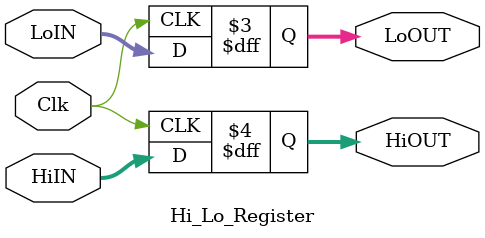
<source format=v>
`timescale 1ns / 1ps

module Hi_Lo_Register(Clk, LoIN, HiIN, LoOUT, HiOUT);
    input Clk;
    input [31:0] LoIN, HiIN;

    output reg [31:0] LoOUT, HiOUT;

    initial begin
        LoOUT <= 0;
        HiOUT <= 0;
    end

    always @(posedge Clk) begin
        LoOUT <= LoIN;
        HiOUT <= HiIN;
    end
endmodule
</source>
